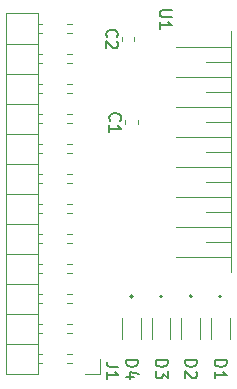
<source format=gbr>
G04 #@! TF.GenerationSoftware,KiCad,Pcbnew,5.99.0-unknown-ad88874~101~ubuntu20.04.1*
G04 #@! TF.CreationDate,2020-05-19T21:28:09-04:00*
G04 #@! TF.ProjectId,L298,4c323938-2e6b-4696-9361-645f70636258,rev?*
G04 #@! TF.SameCoordinates,Original*
G04 #@! TF.FileFunction,Legend,Top*
G04 #@! TF.FilePolarity,Positive*
%FSLAX46Y46*%
G04 Gerber Fmt 4.6, Leading zero omitted, Abs format (unit mm)*
G04 Created by KiCad (PCBNEW 5.99.0-unknown-ad88874~101~ubuntu20.04.1) date 2020-05-19 21:28:09*
%MOMM*%
%LPD*%
G01*
G04 APERTURE LIST*
%ADD10C,0.150000*%
%ADD11C,0.120000*%
%ADD12C,0.200000*%
G04 APERTURE END LIST*
D10*
X114047619Y-100988095D02*
X113238095Y-100988095D01*
X113142857Y-101035714D01*
X113095238Y-101083333D01*
X113047619Y-101178571D01*
X113047619Y-101369047D01*
X113095238Y-101464285D01*
X113142857Y-101511904D01*
X113238095Y-101559523D01*
X114047619Y-101559523D01*
X113047619Y-102559523D02*
X113047619Y-101988095D01*
X113047619Y-102273809D02*
X114047619Y-102273809D01*
X113904761Y-102178571D01*
X113809523Y-102083333D01*
X113761904Y-101988095D01*
X109547619Y-131166666D02*
X108833333Y-131166666D01*
X108690476Y-131119047D01*
X108595238Y-131023809D01*
X108547619Y-130880952D01*
X108547619Y-130785714D01*
X108547619Y-132166666D02*
X108547619Y-131595238D01*
X108547619Y-131880952D02*
X109547619Y-131880952D01*
X109404761Y-131785714D01*
X109309523Y-131690476D01*
X109261904Y-131595238D01*
X110197619Y-130621904D02*
X111197619Y-130621904D01*
X111197619Y-130860000D01*
X111150000Y-131002857D01*
X111054761Y-131098095D01*
X110959523Y-131145714D01*
X110769047Y-131193333D01*
X110626190Y-131193333D01*
X110435714Y-131145714D01*
X110340476Y-131098095D01*
X110245238Y-131002857D01*
X110197619Y-130860000D01*
X110197619Y-130621904D01*
X110864285Y-132050476D02*
X110197619Y-132050476D01*
X111245238Y-131812380D02*
X110530952Y-131574285D01*
X110530952Y-132193333D01*
X112697619Y-130621904D02*
X113697619Y-130621904D01*
X113697619Y-130860000D01*
X113650000Y-131002857D01*
X113554761Y-131098095D01*
X113459523Y-131145714D01*
X113269047Y-131193333D01*
X113126190Y-131193333D01*
X112935714Y-131145714D01*
X112840476Y-131098095D01*
X112745238Y-131002857D01*
X112697619Y-130860000D01*
X112697619Y-130621904D01*
X113697619Y-131526666D02*
X113697619Y-132145714D01*
X113316666Y-131812380D01*
X113316666Y-131955238D01*
X113269047Y-132050476D01*
X113221428Y-132098095D01*
X113126190Y-132145714D01*
X112888095Y-132145714D01*
X112792857Y-132098095D01*
X112745238Y-132050476D01*
X112697619Y-131955238D01*
X112697619Y-131669523D01*
X112745238Y-131574285D01*
X112792857Y-131526666D01*
X115197619Y-130621904D02*
X116197619Y-130621904D01*
X116197619Y-130860000D01*
X116150000Y-131002857D01*
X116054761Y-131098095D01*
X115959523Y-131145714D01*
X115769047Y-131193333D01*
X115626190Y-131193333D01*
X115435714Y-131145714D01*
X115340476Y-131098095D01*
X115245238Y-131002857D01*
X115197619Y-130860000D01*
X115197619Y-130621904D01*
X116102380Y-131574285D02*
X116150000Y-131621904D01*
X116197619Y-131717142D01*
X116197619Y-131955238D01*
X116150000Y-132050476D01*
X116102380Y-132098095D01*
X116007142Y-132145714D01*
X115911904Y-132145714D01*
X115769047Y-132098095D01*
X115197619Y-131526666D01*
X115197619Y-132145714D01*
X117697619Y-130621904D02*
X118697619Y-130621904D01*
X118697619Y-130860000D01*
X118650000Y-131002857D01*
X118554761Y-131098095D01*
X118459523Y-131145714D01*
X118269047Y-131193333D01*
X118126190Y-131193333D01*
X117935714Y-131145714D01*
X117840476Y-131098095D01*
X117745238Y-131002857D01*
X117697619Y-130860000D01*
X117697619Y-130621904D01*
X117697619Y-132145714D02*
X117697619Y-131574285D01*
X117697619Y-131860000D02*
X118697619Y-131860000D01*
X118554761Y-131764761D01*
X118459523Y-131669523D01*
X118411904Y-131574285D01*
X108590857Y-103248333D02*
X108543238Y-103200714D01*
X108495619Y-103057857D01*
X108495619Y-102962619D01*
X108543238Y-102819761D01*
X108638476Y-102724523D01*
X108733714Y-102676904D01*
X108924190Y-102629285D01*
X109067047Y-102629285D01*
X109257523Y-102676904D01*
X109352761Y-102724523D01*
X109448000Y-102819761D01*
X109495619Y-102962619D01*
X109495619Y-103057857D01*
X109448000Y-103200714D01*
X109400380Y-103248333D01*
X109400380Y-103629285D02*
X109448000Y-103676904D01*
X109495619Y-103772142D01*
X109495619Y-104010238D01*
X109448000Y-104105476D01*
X109400380Y-104153095D01*
X109305142Y-104200714D01*
X109209904Y-104200714D01*
X109067047Y-104153095D01*
X108495619Y-103581666D01*
X108495619Y-104200714D01*
X108862857Y-110333333D02*
X108815238Y-110285714D01*
X108767619Y-110142857D01*
X108767619Y-110047619D01*
X108815238Y-109904761D01*
X108910476Y-109809523D01*
X109005714Y-109761904D01*
X109196190Y-109714285D01*
X109339047Y-109714285D01*
X109529523Y-109761904D01*
X109624761Y-109809523D01*
X109720000Y-109904761D01*
X109767619Y-110047619D01*
X109767619Y-110142857D01*
X109720000Y-110285714D01*
X109672380Y-110333333D01*
X108767619Y-111285714D02*
X108767619Y-110714285D01*
X108767619Y-111000000D02*
X109767619Y-111000000D01*
X109624761Y-110904761D01*
X109529523Y-110809523D01*
X109481904Y-110714285D01*
D11*
X119098938Y-102734000D02*
X119098938Y-123174000D01*
X119098938Y-104064000D02*
X114428938Y-104064000D01*
X119098938Y-105334000D02*
X116984938Y-105334000D01*
X119098938Y-106604000D02*
X114443938Y-106604000D01*
X119098938Y-107874000D02*
X116984938Y-107874000D01*
X119098938Y-109144000D02*
X114443938Y-109144000D01*
X119098938Y-110414000D02*
X116984938Y-110414000D01*
X119098938Y-111684000D02*
X114443938Y-111684000D01*
X119098938Y-112954000D02*
X116984938Y-112954000D01*
X119098938Y-114224000D02*
X114443938Y-114224000D01*
X119098938Y-115494000D02*
X116984938Y-115494000D01*
X119098938Y-116764000D02*
X114443938Y-116764000D01*
X119098938Y-118034000D02*
X116984938Y-118034000D01*
X119098938Y-119304000D02*
X114443938Y-119304000D01*
X119098938Y-120574000D02*
X116984938Y-120574000D01*
X119098938Y-121844000D02*
X114443938Y-121844000D01*
X102715000Y-131810000D02*
X102715000Y-101210000D01*
X102715000Y-101210000D02*
X100055000Y-101210000D01*
X100055000Y-101210000D02*
X100055000Y-131810000D01*
X100055000Y-131810000D02*
X102715000Y-131810000D01*
X103112071Y-130860000D02*
X102715000Y-130860000D01*
X103112071Y-130100000D02*
X102715000Y-130100000D01*
X105585000Y-130860000D02*
X105197929Y-130860000D01*
X105585000Y-130100000D02*
X105197929Y-130100000D01*
X102715000Y-129210000D02*
X100055000Y-129210000D01*
X103112071Y-128320000D02*
X102715000Y-128320000D01*
X103112071Y-127560000D02*
X102715000Y-127560000D01*
X105652071Y-128320000D02*
X105197929Y-128320000D01*
X105652071Y-127560000D02*
X105197929Y-127560000D01*
X102715000Y-126670000D02*
X100055000Y-126670000D01*
X103112071Y-125780000D02*
X102715000Y-125780000D01*
X103112071Y-125020000D02*
X102715000Y-125020000D01*
X105652071Y-125780000D02*
X105197929Y-125780000D01*
X105652071Y-125020000D02*
X105197929Y-125020000D01*
X102715000Y-124130000D02*
X100055000Y-124130000D01*
X103112071Y-123240000D02*
X102715000Y-123240000D01*
X103112071Y-122480000D02*
X102715000Y-122480000D01*
X105652071Y-123240000D02*
X105197929Y-123240000D01*
X105652071Y-122480000D02*
X105197929Y-122480000D01*
X102715000Y-121590000D02*
X100055000Y-121590000D01*
X103112071Y-120700000D02*
X102715000Y-120700000D01*
X103112071Y-119940000D02*
X102715000Y-119940000D01*
X105652071Y-120700000D02*
X105197929Y-120700000D01*
X105652071Y-119940000D02*
X105197929Y-119940000D01*
X102715000Y-119050000D02*
X100055000Y-119050000D01*
X103112071Y-118160000D02*
X102715000Y-118160000D01*
X103112071Y-117400000D02*
X102715000Y-117400000D01*
X105652071Y-118160000D02*
X105197929Y-118160000D01*
X105652071Y-117400000D02*
X105197929Y-117400000D01*
X102715000Y-116510000D02*
X100055000Y-116510000D01*
X103112071Y-115620000D02*
X102715000Y-115620000D01*
X103112071Y-114860000D02*
X102715000Y-114860000D01*
X105652071Y-115620000D02*
X105197929Y-115620000D01*
X105652071Y-114860000D02*
X105197929Y-114860000D01*
X102715000Y-113970000D02*
X100055000Y-113970000D01*
X103112071Y-113080000D02*
X102715000Y-113080000D01*
X103112071Y-112320000D02*
X102715000Y-112320000D01*
X105652071Y-113080000D02*
X105197929Y-113080000D01*
X105652071Y-112320000D02*
X105197929Y-112320000D01*
X102715000Y-111430000D02*
X100055000Y-111430000D01*
X103112071Y-110540000D02*
X102715000Y-110540000D01*
X103112071Y-109780000D02*
X102715000Y-109780000D01*
X105652071Y-110540000D02*
X105197929Y-110540000D01*
X105652071Y-109780000D02*
X105197929Y-109780000D01*
X102715000Y-108890000D02*
X100055000Y-108890000D01*
X103112071Y-108000000D02*
X102715000Y-108000000D01*
X103112071Y-107240000D02*
X102715000Y-107240000D01*
X105652071Y-108000000D02*
X105197929Y-108000000D01*
X105652071Y-107240000D02*
X105197929Y-107240000D01*
X102715000Y-106350000D02*
X100055000Y-106350000D01*
X103112071Y-105460000D02*
X102715000Y-105460000D01*
X103112071Y-104700000D02*
X102715000Y-104700000D01*
X105652071Y-105460000D02*
X105197929Y-105460000D01*
X105652071Y-104700000D02*
X105197929Y-104700000D01*
X102715000Y-103810000D02*
X100055000Y-103810000D01*
X103112071Y-102920000D02*
X102715000Y-102920000D01*
X103112071Y-102160000D02*
X102715000Y-102160000D01*
X105652071Y-102920000D02*
X105197929Y-102920000D01*
X105652071Y-102160000D02*
X105197929Y-102160000D01*
X107965000Y-130480000D02*
X107965000Y-131750000D01*
X107965000Y-131750000D02*
X106695000Y-131750000D01*
X109850000Y-127010000D02*
X109850000Y-128810000D01*
D12*
X110750000Y-125210000D02*
G75*
G03*
X110750000Y-125210000I-100000J0D01*
G01*
D11*
X111450000Y-127010000D02*
X111450000Y-128810000D01*
X112350000Y-127010000D02*
X112350000Y-128810000D01*
D12*
X113250000Y-125210000D02*
G75*
G03*
X113250000Y-125210000I-100000J0D01*
G01*
D11*
X113950000Y-127010000D02*
X113950000Y-128810000D01*
X114850000Y-127010000D02*
X114850000Y-128810000D01*
D12*
X115750000Y-125210000D02*
G75*
G03*
X115750000Y-125210000I-100000J0D01*
G01*
D11*
X116450000Y-127010000D02*
X116450000Y-128810000D01*
X117350000Y-127010000D02*
X117350000Y-128810000D01*
D12*
X118250000Y-125210000D02*
G75*
G03*
X118250000Y-125210000I-100000J0D01*
G01*
D11*
X118950000Y-127010000D02*
X118950000Y-128810000D01*
X110888000Y-103586267D02*
X110888000Y-103243733D01*
X109868000Y-103586267D02*
X109868000Y-103243733D01*
X110140000Y-110656267D02*
X110140000Y-110313733D01*
X111160000Y-110656267D02*
X111160000Y-110313733D01*
M02*

</source>
